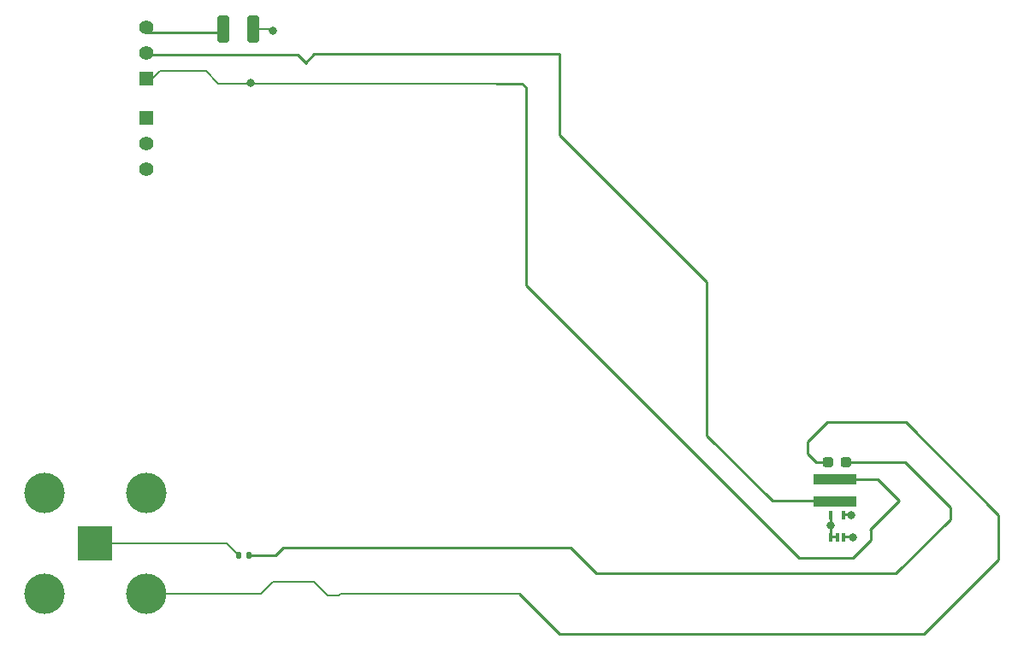
<source format=gbr>
%TF.GenerationSoftware,KiCad,Pcbnew,(6.0.8-1)-1*%
%TF.CreationDate,2022-10-31T21:03:20-04:00*%
%TF.ProjectId,Untitled,556e7469-746c-4656-942e-6b696361645f,rev?*%
%TF.SameCoordinates,Original*%
%TF.FileFunction,Copper,L1,Top*%
%TF.FilePolarity,Positive*%
%FSLAX46Y46*%
G04 Gerber Fmt 4.6, Leading zero omitted, Abs format (unit mm)*
G04 Created by KiCad (PCBNEW (6.0.8-1)-1) date 2022-10-31 21:03:20*
%MOMM*%
%LPD*%
G01*
G04 APERTURE LIST*
G04 Aperture macros list*
%AMRoundRect*
0 Rectangle with rounded corners*
0 $1 Rounding radius*
0 $2 $3 $4 $5 $6 $7 $8 $9 X,Y pos of 4 corners*
0 Add a 4 corners polygon primitive as box body*
4,1,4,$2,$3,$4,$5,$6,$7,$8,$9,$2,$3,0*
0 Add four circle primitives for the rounded corners*
1,1,$1+$1,$2,$3*
1,1,$1+$1,$4,$5*
1,1,$1+$1,$6,$7*
1,1,$1+$1,$8,$9*
0 Add four rect primitives between the rounded corners*
20,1,$1+$1,$2,$3,$4,$5,0*
20,1,$1+$1,$4,$5,$6,$7,0*
20,1,$1+$1,$6,$7,$8,$9,0*
20,1,$1+$1,$8,$9,$2,$3,0*%
G04 Aperture macros list end*
%TA.AperFunction,SMDPad,CuDef*%
%ADD10RoundRect,0.250000X-0.325000X-1.100000X0.325000X-1.100000X0.325000X1.100000X-0.325000X1.100000X0*%
%TD*%
%TA.AperFunction,ComponentPad*%
%ADD11R,3.500000X3.500000*%
%TD*%
%TA.AperFunction,ComponentPad*%
%ADD12C,4.000000*%
%TD*%
%TA.AperFunction,ComponentPad*%
%ADD13R,1.397000X1.397000*%
%TD*%
%TA.AperFunction,ComponentPad*%
%ADD14C,1.397000*%
%TD*%
%TA.AperFunction,SMDPad,CuDef*%
%ADD15RoundRect,0.087500X-0.087500X-0.337500X0.087500X-0.337500X0.087500X0.337500X-0.087500X0.337500X0*%
%TD*%
%TA.AperFunction,SMDPad,CuDef*%
%ADD16R,4.300000X1.100000*%
%TD*%
%TA.AperFunction,SMDPad,CuDef*%
%ADD17RoundRect,0.135000X-0.135000X-0.185000X0.135000X-0.185000X0.135000X0.185000X-0.135000X0.185000X0*%
%TD*%
%TA.AperFunction,SMDPad,CuDef*%
%ADD18RoundRect,0.237500X-0.287500X-0.237500X0.287500X-0.237500X0.287500X0.237500X-0.287500X0.237500X0*%
%TD*%
%TA.AperFunction,ViaPad*%
%ADD19C,0.800000*%
%TD*%
%TA.AperFunction,Conductor*%
%ADD20C,0.250000*%
%TD*%
%TA.AperFunction,Conductor*%
%ADD21C,0.200000*%
%TD*%
G04 APERTURE END LIST*
D10*
%TO.P,REF\u002A\u002A,1*%
%TO.N,N/C*%
X66885000Y-36200000D03*
%TO.P,REF\u002A\u002A,2*%
X69835000Y-36200000D03*
%TD*%
D11*
%TO.P,REF\u002A\u002A,1*%
%TO.N,N/C*%
X54200000Y-87200000D03*
D12*
%TO.P,REF\u002A\u002A,2*%
X49175000Y-82175000D03*
X49175000Y-92225000D03*
X59225000Y-82175000D03*
X59225000Y-92225000D03*
%TD*%
D13*
%TO.P,REF\u002A\u002A,1*%
%TO.N,N/C*%
X59250100Y-41127500D03*
D14*
%TO.P,REF\u002A\u002A,2*%
X59250100Y-38587500D03*
%TO.P,REF\u002A\u002A,3*%
X59250100Y-36047500D03*
%TD*%
D15*
%TO.P,REF\u002A\u002A,1*%
%TO.N,N/C*%
X126980000Y-86620000D03*
%TO.P,REF\u002A\u002A,2*%
X127630000Y-86620000D03*
%TO.P,REF\u002A\u002A,3*%
X128280000Y-86620000D03*
%TO.P,REF\u002A\u002A,4*%
X128280000Y-84420000D03*
%TO.P,REF\u002A\u002A,5*%
X126980000Y-84420000D03*
%TD*%
D16*
%TO.P,REF\u002A\u002A,1*%
%TO.N,N/C*%
X127380000Y-80820000D03*
%TO.P,REF\u002A\u002A,2*%
X127380000Y-83020000D03*
%TD*%
D17*
%TO.P,REF\u002A\u002A,1*%
%TO.N,N/C*%
X68400000Y-88400000D03*
%TO.P,REF\u002A\u002A,2*%
X69420000Y-88400000D03*
%TD*%
D18*
%TO.P,REF\u002A\u002A,1*%
%TO.N,N/C*%
X126755000Y-79160000D03*
%TO.P,REF\u002A\u002A,2*%
X128505000Y-79160000D03*
%TD*%
D13*
%TO.P,REF\u002A\u002A,1*%
%TO.N,N/C*%
X59250100Y-45012500D03*
D14*
%TO.P,REF\u002A\u002A,2*%
X59250100Y-47552500D03*
%TO.P,REF\u002A\u002A,3*%
X59250100Y-50092500D03*
%TD*%
D19*
%TO.N,*%
X126980000Y-85420000D03*
X69600000Y-41600000D03*
X129000000Y-84400000D03*
X71800000Y-36400000D03*
X129200000Y-86600000D03*
%TD*%
D20*
%TO.N,*%
X59567606Y-38800000D02*
X74240000Y-38800000D01*
X74240000Y-38800000D02*
X75030000Y-39590000D01*
D21*
X70575000Y-92225000D02*
X71800000Y-91000000D01*
D20*
X133770000Y-82920000D02*
X130945000Y-85745000D01*
X136200000Y-96200000D02*
X100150000Y-96200000D01*
X134400000Y-75200000D02*
X143600000Y-84400000D01*
X126980000Y-85420000D02*
X126980000Y-84300000D01*
D21*
X78250000Y-92400000D02*
X78425000Y-92225000D01*
D20*
X123800000Y-88600000D02*
X96800000Y-61600000D01*
X128280000Y-86500000D02*
X129100000Y-86500000D01*
X100150000Y-96200000D02*
X96175000Y-92225000D01*
X127090000Y-80820000D02*
X131670000Y-80820000D01*
X130945000Y-85745000D02*
X130945000Y-86855000D01*
X114692500Y-61292500D02*
X100110000Y-46710000D01*
X124700000Y-78300000D02*
X124700000Y-77100000D01*
X127360000Y-83000000D02*
X127380000Y-83020000D01*
X133400000Y-90200000D02*
X103800000Y-90200000D01*
X138800000Y-84800000D02*
X133400000Y-90200000D01*
X96800000Y-61600000D02*
X96800000Y-42000000D01*
X134360000Y-79160000D02*
X138800000Y-83600000D01*
X130945000Y-85745000D02*
X130880000Y-85810000D01*
D21*
X71800000Y-91000000D02*
X75800000Y-91000000D01*
X68400000Y-88400000D02*
X67200000Y-87200000D01*
D20*
X72800000Y-87600000D02*
X72000000Y-88400000D01*
D21*
X75800000Y-91000000D02*
X77200000Y-92400000D01*
D20*
X114692500Y-76507500D02*
X114692500Y-61292500D01*
X128280000Y-84300000D02*
X128900000Y-84300000D01*
X101200000Y-87600000D02*
X72800000Y-87600000D01*
D21*
X66370000Y-41630000D02*
X93830000Y-41630000D01*
D20*
X75870000Y-38690000D02*
X100110000Y-38690000D01*
X138800000Y-83600000D02*
X138800000Y-84800000D01*
X126980000Y-86500000D02*
X126980000Y-85420000D01*
X128505000Y-79160000D02*
X134360000Y-79160000D01*
X96800000Y-42000000D02*
X96430000Y-41630000D01*
X66787494Y-36557506D02*
X66885000Y-36460000D01*
X124700000Y-77100000D02*
X126600000Y-75200000D01*
X127630000Y-86500000D02*
X126980000Y-86500000D01*
D21*
X65140000Y-40400000D02*
X66370000Y-41630000D01*
D20*
X72000000Y-88400000D02*
X69420000Y-88400000D01*
D21*
X59872500Y-41127500D02*
X60600000Y-40400000D01*
D20*
X128800000Y-78865000D02*
X128505000Y-79160000D01*
X96430000Y-41630000D02*
X93830000Y-41630000D01*
D21*
X69835000Y-36200000D02*
X71600000Y-36200000D01*
D20*
X121185000Y-83000000D02*
X127360000Y-83000000D01*
D21*
X96240000Y-92225000D02*
X96175000Y-92225000D01*
X59250100Y-41127500D02*
X59872500Y-41127500D01*
X67200000Y-87200000D02*
X54200000Y-87200000D01*
D20*
X125560000Y-79160000D02*
X124700000Y-78300000D01*
X74970000Y-39590000D02*
X75870000Y-38690000D01*
X126755000Y-79160000D02*
X125560000Y-79160000D01*
D21*
X96175000Y-92225000D02*
X78425000Y-92225000D01*
X60600000Y-40400000D02*
X65140000Y-40400000D01*
D20*
X143600000Y-88800000D02*
X136200000Y-96200000D01*
X143600000Y-84400000D02*
X143600000Y-88800000D01*
D21*
X77200000Y-92400000D02*
X78250000Y-92400000D01*
D20*
X126600000Y-75200000D02*
X134400000Y-75200000D01*
X130945000Y-86855000D02*
X129200000Y-88600000D01*
X103800000Y-90200000D02*
X101200000Y-87600000D01*
D21*
X71600000Y-36200000D02*
X71800000Y-36400000D01*
D20*
X59270100Y-36557506D02*
X66787494Y-36557506D01*
X100110000Y-46710000D02*
X100110000Y-38690000D01*
X131670000Y-80820000D02*
X133770000Y-82920000D01*
D21*
X70575000Y-92225000D02*
X59225000Y-92225000D01*
D20*
X129200000Y-88600000D02*
X123800000Y-88600000D01*
X114692500Y-76507500D02*
X121185000Y-83000000D01*
%TD*%
M02*

</source>
